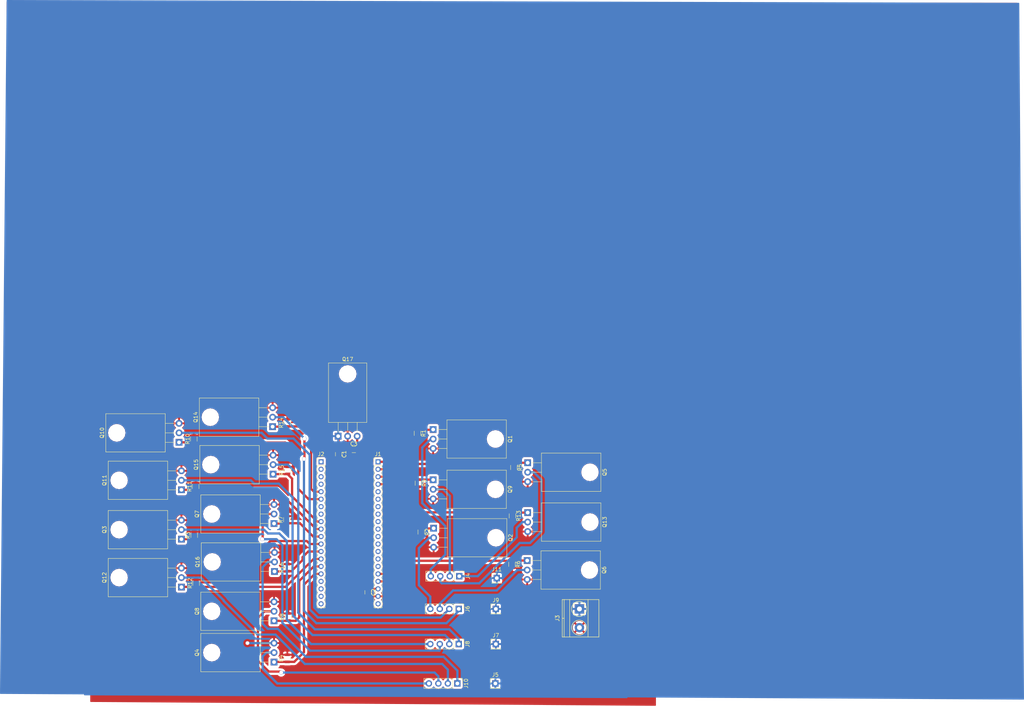
<source format=kicad_pcb>
(kicad_pcb (version 4) (host pcbnew 4.0.6)
  (layers (0 F.Cu power) (31 B.Cu power) (34 B.Paste user) (35 F.Paste user) (36 B.SilkS user) (37 F.SilkS user) (38 B.Mask user) (39 F.Mask user) (44 Edge.Cuts user))
  (net 0 "")
  (net 1 +12V)
  (net 2 GND)
  (net 3 +5V)
  (net 4 "Net-(J1-Pad1)")
  (net 5 "Net-(J1-Pad2)")
  (net 6 "Net-(J1-Pad3)")
  (net 7 "Net-(J1-Pad4)")
  (net 8 "Net-(J1-Pad5)")
  (net 9 "Net-(J1-Pad6)")
  (net 10 "Net-(J1-Pad7)")
  (net 11 "Net-(J1-Pad8)")
  (net 12 "Net-(J1-Pad9)")
  (net 13 "Net-(J1-Pad10)")
  (net 14 "Net-(J1-Pad11)")
  (net 15 "Net-(J1-Pad12)")
  (net 16 "Net-(J1-Pad13)")
  (net 17 "Net-(J1-Pad14)")
  (net 18 "Net-(J1-Pad15)")
  (net 19 "Net-(J1-Pad16)")
  (net 20 "Net-(J1-Pad17)")
  (net 21 "Net-(J1-Pad20)")
  (net 22 "Net-(J2-Pad2)")
  (net 23 "Net-(J2-Pad3)")
  (net 24 "Net-(J2-Pad4)")
  (net 25 "Net-(J2-Pad5)")
  (net 26 "Net-(J2-Pad6)")
  (net 27 "Net-(J2-Pad7)")
  (net 28 "Net-(J2-Pad8)")
  (net 29 "Net-(J2-Pad9)")
  (net 30 "Net-(J2-Pad10)")
  (net 31 "Net-(J2-Pad11)")
  (net 32 "Net-(J2-Pad12)")
  (net 33 "Net-(J2-Pad13)")
  (net 34 "Net-(J2-Pad14)")
  (net 35 "Net-(J2-Pad15)")
  (net 36 "Net-(J2-Pad16)")
  (net 37 "Net-(J2-Pad17)")
  (net 38 "Net-(J2-Pad18)")
  (net 39 "Net-(J2-Pad19)")
  (net 40 "Net-(J2-Pad20)")
  (net 41 "Net-(J2-Pad1)")
  (net 42 "Net-(J4-Pad1)")
  (net 43 "Net-(J4-Pad2)")
  (net 44 "Net-(J4-Pad3)")
  (net 45 "Net-(J4-Pad4)")
  (net 46 "Net-(J6-Pad1)")
  (net 47 "Net-(J6-Pad2)")
  (net 48 "Net-(J6-Pad3)")
  (net 49 "Net-(J6-Pad4)")
  (net 50 "Net-(J8-Pad1)")
  (net 51 "Net-(J8-Pad2)")
  (net 52 "Net-(J8-Pad3)")
  (net 53 "Net-(J8-Pad4)")
  (net 54 "Net-(J10-Pad1)")
  (net 55 "Net-(J10-Pad2)")
  (net 56 "Net-(J10-Pad3)")
  (net 57 "Net-(J10-Pad4)")
  (module Capacitors_SMD:C_0805 (layer F.Cu) (at 163.957 115.57 270)
    (fp_text reference C1 (at 0 -1.5 270) (layer F.SilkS))
    (fp_text value "C 0.33")
    (pad 1 smd rect (at -1 0 270) (size 1 1.25) (layers F.Cu F.Paste F.Mask) (net 1 +12V))
    (pad 2 smd rect (at 1 0 270) (size 1 1.25) (layers F.Cu F.Paste F.Mask) (net 2 GND))
  )
  (module Capacitors_SMD:C_0805 (layer F.Cu) (at 171.831 152.527 270)
    (fp_text reference C2 (at 0 -1.5 270) (layer F.SilkS))
    (fp_text value "C 0.1")
    (pad 1 smd rect (at -1 0 270) (size 1 1.25) (layers F.Cu F.Paste F.Mask) (net 3 +5V))
    (pad 2 smd rect (at 1 0 270) (size 1 1.25) (layers F.Cu F.Paste F.Mask) (net 2 GND))
  )
  (module Capacitors_SMD:C_0805 (layer F.Cu) (at 168.021 114.3)
    (fp_text reference C3 (at 0 -1.5) (layer F.SilkS))
    (fp_text value "C 0.1")
    (pad 1 smd rect (at -1 0) (size 1 1.25) (layers F.Cu F.Paste F.Mask) (net 2 GND))
    (pad 2 smd rect (at 1 0) (size 1 1.25) (layers F.Cu F.Paste F.Mask) (net 3 +5V))
  )
  (module Socket_Strips:Socket_Strip_Straight_1x20_Pitch2.00mm (layer F.Cu) (at 174.498 117.602)
    (fp_text reference J1 (at 0 -2.06) (layer F.SilkS))
    (fp_text value "CONN_01X20 (right)")
    (pad 1 thru_hole rect (at 0 0) (size 1.35 1.35) (drill 0.8) (layers *.Cu *.Mask) (net 4 "Net-(J1-Pad1)"))
    (pad 2 thru_hole oval (at 0 2) (size 1.35 1.35) (drill 0.8) (layers *.Cu *.Mask) (net 5 "Net-(J1-Pad2)"))
    (pad 3 thru_hole oval (at 0 4) (size 1.35 1.35) (drill 0.8) (layers *.Cu *.Mask) (net 6 "Net-(J1-Pad3)"))
    (pad 4 thru_hole oval (at 0 6) (size 1.35 1.35) (drill 0.8) (layers *.Cu *.Mask) (net 7 "Net-(J1-Pad4)"))
    (pad 5 thru_hole oval (at 0 8) (size 1.35 1.35) (drill 0.8) (layers *.Cu *.Mask) (net 8 "Net-(J1-Pad5)"))
    (pad 6 thru_hole oval (at 0 10) (size 1.35 1.35) (drill 0.8) (layers *.Cu *.Mask) (net 9 "Net-(J1-Pad6)"))
    (pad 7 thru_hole oval (at 0 12) (size 1.35 1.35) (drill 0.8) (layers *.Cu *.Mask) (net 10 "Net-(J1-Pad7)"))
    (pad 8 thru_hole oval (at 0 14) (size 1.35 1.35) (drill 0.8) (layers *.Cu *.Mask) (net 11 "Net-(J1-Pad8)"))
    (pad 9 thru_hole oval (at 0 16) (size 1.35 1.35) (drill 0.8) (layers *.Cu *.Mask) (net 12 "Net-(J1-Pad9)"))
    (pad 10 thru_hole oval (at 0 18) (size 1.35 1.35) (drill 0.8) (layers *.Cu *.Mask) (net 13 "Net-(J1-Pad10)"))
    (pad 11 thru_hole oval (at 0 20) (size 1.35 1.35) (drill 0.8) (layers *.Cu *.Mask) (net 14 "Net-(J1-Pad11)"))
    (pad 12 thru_hole oval (at 0 22) (size 1.35 1.35) (drill 0.8) (layers *.Cu *.Mask) (net 15 "Net-(J1-Pad12)"))
    (pad 13 thru_hole oval (at 0 24) (size 1.35 1.35) (drill 0.8) (layers *.Cu *.Mask) (net 16 "Net-(J1-Pad13)"))
    (pad 14 thru_hole oval (at 0 26) (size 1.35 1.35) (drill 0.8) (layers *.Cu *.Mask) (net 17 "Net-(J1-Pad14)"))
    (pad 15 thru_hole oval (at 0 28) (size 1.35 1.35) (drill 0.8) (layers *.Cu *.Mask) (net 18 "Net-(J1-Pad15)"))
    (pad 16 thru_hole oval (at 0 30) (size 1.35 1.35) (drill 0.8) (layers *.Cu *.Mask) (net 19 "Net-(J1-Pad16)"))
    (pad 17 thru_hole oval (at 0 32) (size 1.35 1.35) (drill 0.8) (layers *.Cu *.Mask) (net 20 "Net-(J1-Pad17)"))
    (pad 18 thru_hole oval (at 0 34) (size 1.35 1.35) (drill 0.8) (layers *.Cu *.Mask) (net 3 +5V))
    (pad 19 thru_hole oval (at 0 36) (size 1.35 1.35) (drill 0.8) (layers *.Cu *.Mask) (net 2 GND))
    (pad 20 thru_hole oval (at 0 38) (size 1.35 1.35) (drill 0.8) (layers *.Cu *.Mask) (net 21 "Net-(J1-Pad20)"))
  )
  (module Socket_Strips:Socket_Strip_Straight_1x20_Pitch2.00mm (layer F.Cu) (at 159.258 117.602)
    (fp_text reference J2 (at 0 -2.06) (layer F.SilkS))
    (fp_text value "CONN_01X20 (left)")
    (pad 1 thru_hole rect (at 0 0) (size 1.35 1.35) (drill 0.8) (layers *.Cu *.Mask) (net 41 "Net-(J2-Pad1)"))
    (pad 2 thru_hole oval (at 0 2) (size 1.35 1.35) (drill 0.8) (layers *.Cu *.Mask) (net 22 "Net-(J2-Pad2)"))
    (pad 3 thru_hole oval (at 0 4) (size 1.35 1.35) (drill 0.8) (layers *.Cu *.Mask) (net 23 "Net-(J2-Pad3)"))
    (pad 4 thru_hole oval (at 0 6) (size 1.35 1.35) (drill 0.8) (layers *.Cu *.Mask) (net 24 "Net-(J2-Pad4)"))
    (pad 5 thru_hole oval (at 0 8) (size 1.35 1.35) (drill 0.8) (layers *.Cu *.Mask) (net 25 "Net-(J2-Pad5)"))
    (pad 6 thru_hole oval (at 0 10) (size 1.35 1.35) (drill 0.8) (layers *.Cu *.Mask) (net 26 "Net-(J2-Pad6)"))
    (pad 7 thru_hole oval (at 0 12) (size 1.35 1.35) (drill 0.8) (layers *.Cu *.Mask) (net 27 "Net-(J2-Pad7)"))
    (pad 8 thru_hole oval (at 0 14) (size 1.35 1.35) (drill 0.8) (layers *.Cu *.Mask) (net 28 "Net-(J2-Pad8)"))
    (pad 9 thru_hole oval (at 0 16) (size 1.35 1.35) (drill 0.8) (layers *.Cu *.Mask) (net 29 "Net-(J2-Pad9)"))
    (pad 10 thru_hole oval (at 0 18) (size 1.35 1.35) (drill 0.8) (layers *.Cu *.Mask) (net 30 "Net-(J2-Pad10)"))
    (pad 11 thru_hole oval (at 0 20) (size 1.35 1.35) (drill 0.8) (layers *.Cu *.Mask) (net 31 "Net-(J2-Pad11)"))
    (pad 12 thru_hole oval (at 0 22) (size 1.35 1.35) (drill 0.8) (layers *.Cu *.Mask) (net 32 "Net-(J2-Pad12)"))
    (pad 13 thru_hole oval (at 0 24) (size 1.35 1.35) (drill 0.8) (layers *.Cu *.Mask) (net 33 "Net-(J2-Pad13)"))
    (pad 14 thru_hole oval (at 0 26) (size 1.35 1.35) (drill 0.8) (layers *.Cu *.Mask) (net 34 "Net-(J2-Pad14)"))
    (pad 15 thru_hole oval (at 0 28) (size 1.35 1.35) (drill 0.8) (layers *.Cu *.Mask) (net 35 "Net-(J2-Pad15)"))
    (pad 16 thru_hole oval (at 0 30) (size 1.35 1.35) (drill 0.8) (layers *.Cu *.Mask) (net 36 "Net-(J2-Pad16)"))
    (pad 17 thru_hole oval (at 0 32) (size 1.35 1.35) (drill 0.8) (layers *.Cu *.Mask) (net 37 "Net-(J2-Pad17)"))
    (pad 18 thru_hole oval (at 0 34) (size 1.35 1.35) (drill 0.8) (layers *.Cu *.Mask) (net 38 "Net-(J2-Pad18)"))
    (pad 19 thru_hole oval (at 0 36) (size 1.35 1.35) (drill 0.8) (layers *.Cu *.Mask) (net 39 "Net-(J2-Pad19)"))
    (pad 20 thru_hole oval (at 0 38) (size 1.35 1.35) (drill 0.8) (layers *.Cu *.Mask) (net 40 "Net-(J2-Pad20)"))
  )
  (module Connectors_Terminal_Blocks:TerminalBlock_Pheonix_MKDS1.5-2pol (layer F.Cu) (at 228.346 156.972 270)
    (fp_text reference J3 (at 2.5 5.9 270) (layer F.SilkS))
    (fp_text value Screw_Terminal_1x02)
    (pad 1 thru_hole rect (at 0 0 270) (size 2.5 2.5) (drill 1.3) (layers *.Cu *.Mask) (net 1 +12V))
    (pad 2 thru_hole circle (at 5 0 270) (size 2.5 2.5) (drill 1.3) (layers *.Cu *.Mask) (net 2 GND))
  )
  (module Socket_Strips:Socket_Strip_Straight_1x04_Pitch2.54mm (layer F.Cu) (at 196.215 148.209 270)
    (fp_text reference J4 (at 0 -2.33 270) (layer F.SilkS))
    (fp_text value CONN_01X04)
    (pad 1 thru_hole rect (at 0 0 270) (size 1.7 1.7) (drill 1) (layers *.Cu *.Mask) (net 42 "Net-(J4-Pad1)"))
    (pad 2 thru_hole oval (at 0 2.54 270) (size 1.7 1.7) (drill 1) (layers *.Cu *.Mask) (net 43 "Net-(J4-Pad2)"))
    (pad 3 thru_hole oval (at 0 5.08 270) (size 1.7 1.7) (drill 1) (layers *.Cu *.Mask) (net 44 "Net-(J4-Pad3)"))
    (pad 4 thru_hole oval (at 0 7.62 270) (size 1.7 1.7) (drill 1) (layers *.Cu *.Mask) (net 45 "Net-(J4-Pad4)"))
  )
  (module Socket_Strips:Socket_Strip_Straight_1x01_Pitch2.54mm (layer F.Cu) (at 205.867 176.911)
    (fp_text reference J5 (at 0 -2.33) (layer F.SilkS))
    (fp_text value CONN_01X01)
    (pad 1 thru_hole rect (at 0 0) (size 1.7 1.7) (drill 1) (layers *.Cu *.Mask) (net 1 +12V))
  )
  (module Socket_Strips:Socket_Strip_Straight_1x04_Pitch2.54mm (layer F.Cu) (at 196.088 156.972 270)
    (fp_text reference J6 (at 0 -2.33 270) (layer F.SilkS))
    (fp_text value CONN_01X04)
    (pad 1 thru_hole rect (at 0 0 270) (size 1.7 1.7) (drill 1) (layers *.Cu *.Mask) (net 46 "Net-(J6-Pad1)"))
    (pad 2 thru_hole oval (at 0 2.54 270) (size 1.7 1.7) (drill 1) (layers *.Cu *.Mask) (net 47 "Net-(J6-Pad2)"))
    (pad 3 thru_hole oval (at 0 5.08 270) (size 1.7 1.7) (drill 1) (layers *.Cu *.Mask) (net 48 "Net-(J6-Pad3)"))
    (pad 4 thru_hole oval (at 0 7.62 270) (size 1.7 1.7) (drill 1) (layers *.Cu *.Mask) (net 49 "Net-(J6-Pad4)"))
  )
  (module Socket_Strips:Socket_Strip_Straight_1x01_Pitch2.54mm (layer F.Cu) (at 205.994 166.37)
    (fp_text reference J7 (at 0 -2.33) (layer F.SilkS))
    (fp_text value CONN_01X01)
    (pad 1 thru_hole rect (at 0 0) (size 1.7 1.7) (drill 1) (layers *.Cu *.Mask) (net 1 +12V))
  )
  (module Socket_Strips:Socket_Strip_Straight_1x04_Pitch2.54mm (layer F.Cu) (at 196.088 166.37 270)
    (fp_text reference J8 (at 0 -2.33 270) (layer F.SilkS))
    (fp_text value CONN_01X04)
    (pad 1 thru_hole rect (at 0 0 270) (size 1.7 1.7) (drill 1) (layers *.Cu *.Mask) (net 50 "Net-(J8-Pad1)"))
    (pad 2 thru_hole oval (at 0 2.54 270) (size 1.7 1.7) (drill 1) (layers *.Cu *.Mask) (net 51 "Net-(J8-Pad2)"))
    (pad 3 thru_hole oval (at 0 5.08 270) (size 1.7 1.7) (drill 1) (layers *.Cu *.Mask) (net 52 "Net-(J8-Pad3)"))
    (pad 4 thru_hole oval (at 0 7.62 270) (size 1.7 1.7) (drill 1) (layers *.Cu *.Mask) (net 53 "Net-(J8-Pad4)"))
  )
  (module Socket_Strips:Socket_Strip_Straight_1x01_Pitch2.54mm (layer F.Cu) (at 205.994 156.972)
    (fp_text reference J9 (at 0 -2.33) (layer F.SilkS))
    (fp_text value CONN_01X01)
    (pad 1 thru_hole rect (at 0 0) (size 1.7 1.7) (drill 1) (layers *.Cu *.Mask) (net 1 +12V))
  )
  (module Socket_Strips:Socket_Strip_Straight_1x04_Pitch2.54mm (layer F.Cu) (at 195.707 176.911 270)
    (fp_text reference J10 (at 0 -2.33 270) (layer F.SilkS))
    (fp_text value CONN_01X04)
    (pad 1 thru_hole rect (at 0 0 270) (size 1.7 1.7) (drill 1) (layers *.Cu *.Mask) (net 54 "Net-(J10-Pad1)"))
    (pad 2 thru_hole oval (at 0 2.54 270) (size 1.7 1.7) (drill 1) (layers *.Cu *.Mask) (net 55 "Net-(J10-Pad2)"))
    (pad 3 thru_hole oval (at 0 5.08 270) (size 1.7 1.7) (drill 1) (layers *.Cu *.Mask) (net 56 "Net-(J10-Pad3)"))
    (pad 4 thru_hole oval (at 0 7.62 270) (size 1.7 1.7) (drill 1) (layers *.Cu *.Mask) (net 57 "Net-(J10-Pad4)"))
  )
  (module Socket_Strips:Socket_Strip_Straight_1x01_Pitch2.54mm (layer F.Cu) (at 206.248 148.717)
    (fp_text reference J11 (at 0 -2.33) (layer F.SilkS))
    (fp_text value CONN_01X01)
    (pad 1 thru_hole rect (at 0 0) (size 1.7 1.7) (drill 1) (layers *.Cu *.Mask) (net 1 +12V))
  )
  (module TO_SOT_Packages_THT:TO-220_Horizontal (layer F.Cu) (at 189.23 108.966 270)
    (fp_text reference Q1 (at 2.54 -20.58 270) (layer F.SilkS))
    (fp_text value 2SC1945)
    (pad 0 np_thru_hole oval (at 2.54 -16.66 270) (size 3.5 3.5) (drill 3.5) (layers *.Cu *.Mask))
    (pad 1 thru_hole rect (at 0 0 270) (size 1.8 1.8) (drill 1) (layers *.Cu *.Mask) (net 4 "Net-(J1-Pad1)"))
    (pad 2 thru_hole oval (at 2.54 0 270) (size 1.8 1.8) (drill 1) (layers *.Cu *.Mask) (net 45 "Net-(J4-Pad4)"))
    (pad 3 thru_hole oval (at 5.08 0 270) (size 1.8 1.8) (drill 1) (layers *.Cu *.Mask) (net 2 GND))
  )
  (module TO_SOT_Packages_THT:TO-220_Horizontal (layer F.Cu) (at 189.357 135.382 270)
    (fp_text reference Q2 (at 2.54 -20.58 270) (layer F.SilkS))
    (fp_text value 2SC1945)
    (pad 0 np_thru_hole oval (at 2.54 -16.66 270) (size 3.5 3.5) (drill 3.5) (layers *.Cu *.Mask))
    (pad 1 thru_hole rect (at 0 0 270) (size 1.8 1.8) (drill 1) (layers *.Cu *.Mask) (net 19 "Net-(J1-Pad16)"))
    (pad 2 thru_hole oval (at 2.54 0 270) (size 1.8 1.8) (drill 1) (layers *.Cu *.Mask) (net 49 "Net-(J6-Pad4)"))
    (pad 3 thru_hole oval (at 5.08 0 270) (size 1.8 1.8) (drill 1) (layers *.Cu *.Mask) (net 2 GND))
  )
  (module TO_SOT_Packages_THT:TO-220_Horizontal (layer F.Cu) (at 121.92 138.303 90)
    (fp_text reference Q3 (at 2.54 -20.58 90) (layer F.SilkS))
    (fp_text value 2SC1945)
    (pad 0 np_thru_hole oval (at 2.54 -16.66 90) (size 3.5 3.5) (drill 3.5) (layers *.Cu *.Mask))
    (pad 1 thru_hole rect (at 0 0 90) (size 1.8 1.8) (drill 1) (layers *.Cu *.Mask) (net 32 "Net-(J2-Pad12)"))
    (pad 2 thru_hole oval (at 2.54 0 90) (size 1.8 1.8) (drill 1) (layers *.Cu *.Mask) (net 53 "Net-(J8-Pad4)"))
    (pad 3 thru_hole oval (at 5.08 0 90) (size 1.8 1.8) (drill 1) (layers *.Cu *.Mask) (net 2 GND))
  )
  (module TO_SOT_Packages_THT:TO-220_Horizontal (layer F.Cu) (at 146.685 171.196 90)
    (fp_text reference Q4 (at 2.54 -20.58 90) (layer F.SilkS))
    (fp_text value 2SC1945)
    (pad 0 np_thru_hole oval (at 2.54 -16.66 90) (size 3.5 3.5) (drill 3.5) (layers *.Cu *.Mask))
    (pad 1 thru_hole rect (at 0 0 90) (size 1.8 1.8) (drill 1) (layers *.Cu *.Mask) (net 36 "Net-(J2-Pad16)"))
    (pad 2 thru_hole oval (at 2.54 0 90) (size 1.8 1.8) (drill 1) (layers *.Cu *.Mask) (net 57 "Net-(J10-Pad4)"))
    (pad 3 thru_hole oval (at 5.08 0 90) (size 1.8 1.8) (drill 1) (layers *.Cu *.Mask) (net 2 GND))
  )
  (module TO_SOT_Packages_THT:TO-220_Horizontal (layer F.Cu) (at 214.503 117.856 270)
    (fp_text reference Q5 (at 2.54 -20.58 270) (layer F.SilkS))
    (fp_text value 2SC1945)
    (pad 0 np_thru_hole oval (at 2.54 -16.66 270) (size 3.5 3.5) (drill 3.5) (layers *.Cu *.Mask))
    (pad 1 thru_hole rect (at 0 0 270) (size 1.8 1.8) (drill 1) (layers *.Cu *.Mask) (net 5 "Net-(J1-Pad2)"))
    (pad 2 thru_hole oval (at 2.54 0 270) (size 1.8 1.8) (drill 1) (layers *.Cu *.Mask) (net 44 "Net-(J4-Pad3)"))
    (pad 3 thru_hole oval (at 5.08 0 270) (size 1.8 1.8) (drill 1) (layers *.Cu *.Mask) (net 2 GND))
  )
  (module TO_SOT_Packages_THT:TO-220_Horizontal (layer F.Cu) (at 214.376 144.018 270)
    (fp_text reference Q6 (at 2.54 -20.58 270) (layer F.SilkS))
    (fp_text value 2SC1945)
    (pad 0 np_thru_hole oval (at 2.54 -16.66 270) (size 3.5 3.5) (drill 3.5) (layers *.Cu *.Mask))
    (pad 1 thru_hole rect (at 0 0 270) (size 1.8 1.8) (drill 1) (layers *.Cu *.Mask) (net 20 "Net-(J1-Pad17)"))
    (pad 2 thru_hole oval (at 2.54 0 270) (size 1.8 1.8) (drill 1) (layers *.Cu *.Mask) (net 48 "Net-(J6-Pad3)"))
    (pad 3 thru_hole oval (at 5.08 0 270) (size 1.8 1.8) (drill 1) (layers *.Cu *.Mask) (net 2 GND))
  )
  (module TO_SOT_Packages_THT:TO-220_Horizontal (layer F.Cu) (at 146.685 134.112 90)
    (fp_text reference Q7 (at 2.54 -20.58 90) (layer F.SilkS))
    (fp_text value 2SC1945)
    (pad 0 np_thru_hole oval (at 2.54 -16.66 90) (size 3.5 3.5) (drill 3.5) (layers *.Cu *.Mask))
    (pad 1 thru_hole rect (at 0 0 90) (size 1.8 1.8) (drill 1) (layers *.Cu *.Mask) (net 31 "Net-(J2-Pad11)"))
    (pad 2 thru_hole oval (at 2.54 0 90) (size 1.8 1.8) (drill 1) (layers *.Cu *.Mask) (net 52 "Net-(J8-Pad3)"))
    (pad 3 thru_hole oval (at 5.08 0 90) (size 1.8 1.8) (drill 1) (layers *.Cu *.Mask) (net 2 GND))
  )
  (module TO_SOT_Packages_THT:TO-220_Horizontal (layer F.Cu) (at 146.685 160.147 90)
    (fp_text reference Q8 (at 2.54 -20.58 90) (layer F.SilkS))
    (fp_text value 2SC1945)
    (pad 0 np_thru_hole oval (at 2.54 -16.66 90) (size 3.5 3.5) (drill 3.5) (layers *.Cu *.Mask))
    (pad 1 thru_hole rect (at 0 0 90) (size 1.8 1.8) (drill 1) (layers *.Cu *.Mask) (net 35 "Net-(J2-Pad15)"))
    (pad 2 thru_hole oval (at 2.54 0 90) (size 1.8 1.8) (drill 1) (layers *.Cu *.Mask) (net 56 "Net-(J10-Pad3)"))
    (pad 3 thru_hole oval (at 5.08 0 90) (size 1.8 1.8) (drill 1) (layers *.Cu *.Mask) (net 2 GND))
  )
  (module TO_SOT_Packages_THT:TO-220_Horizontal (layer F.Cu) (at 189.23 122.428 270)
    (fp_text reference Q9 (at 2.54 -20.58 270) (layer F.SilkS))
    (fp_text value 2SC1945)
    (pad 0 np_thru_hole oval (at 2.54 -16.66 270) (size 3.5 3.5) (drill 3.5) (layers *.Cu *.Mask))
    (pad 1 thru_hole rect (at 0 0 270) (size 1.8 1.8) (drill 1) (layers *.Cu *.Mask) (net 6 "Net-(J1-Pad3)"))
    (pad 2 thru_hole oval (at 2.54 0 270) (size 1.8 1.8) (drill 1) (layers *.Cu *.Mask) (net 43 "Net-(J4-Pad2)"))
    (pad 3 thru_hole oval (at 5.08 0 270) (size 1.8 1.8) (drill 1) (layers *.Cu *.Mask) (net 2 GND))
  )
  (module TO_SOT_Packages_THT:TO-220_Horizontal (layer F.Cu) (at 121.285 112.395 90)
    (fp_text reference Q10 (at 2.54 -20.58 90) (layer F.SilkS))
    (fp_text value 2SC1945)
    (pad 0 np_thru_hole oval (at 2.54 -16.66 90) (size 3.5 3.5) (drill 3.5) (layers *.Cu *.Mask))
    (pad 1 thru_hole rect (at 0 0 90) (size 1.8 1.8) (drill 1) (layers *.Cu *.Mask) (net 26 "Net-(J2-Pad6)"))
    (pad 2 thru_hole oval (at 2.54 0 90) (size 1.8 1.8) (drill 1) (layers *.Cu *.Mask) (net 47 "Net-(J6-Pad2)"))
    (pad 3 thru_hole oval (at 5.08 0 90) (size 1.8 1.8) (drill 1) (layers *.Cu *.Mask) (net 2 GND))
  )
  (module TO_SOT_Packages_THT:TO-220_Horizontal (layer F.Cu) (at 121.92 125.095 90)
    (fp_text reference Q11 (at 2.54 -20.58 90) (layer F.SilkS))
    (fp_text value 2SC1945)
    (pad 0 np_thru_hole oval (at 2.54 -16.66 90) (size 3.5 3.5) (drill 3.5) (layers *.Cu *.Mask))
    (pad 1 thru_hole rect (at 0 0 90) (size 1.8 1.8) (drill 1) (layers *.Cu *.Mask) (net 30 "Net-(J2-Pad10)"))
    (pad 2 thru_hole oval (at 2.54 0 90) (size 1.8 1.8) (drill 1) (layers *.Cu *.Mask) (net 51 "Net-(J8-Pad2)"))
    (pad 3 thru_hole oval (at 5.08 0 90) (size 1.8 1.8) (drill 1) (layers *.Cu *.Mask) (net 2 GND))
  )
  (module TO_SOT_Packages_THT:TO-220_Horizontal (layer F.Cu) (at 121.92 151.13 90)
    (fp_text reference Q12 (at 2.54 -20.58 90) (layer F.SilkS))
    (fp_text value 2SC1945)
    (pad 0 np_thru_hole oval (at 2.54 -16.66 90) (size 3.5 3.5) (drill 3.5) (layers *.Cu *.Mask))
    (pad 1 thru_hole rect (at 0 0 90) (size 1.8 1.8) (drill 1) (layers *.Cu *.Mask) (net 34 "Net-(J2-Pad14)"))
    (pad 2 thru_hole oval (at 2.54 0 90) (size 1.8 1.8) (drill 1) (layers *.Cu *.Mask) (net 55 "Net-(J10-Pad2)"))
    (pad 3 thru_hole oval (at 5.08 0 90) (size 1.8 1.8) (drill 1) (layers *.Cu *.Mask) (net 2 GND))
  )
  (module TO_SOT_Packages_THT:TO-220_Horizontal (layer F.Cu) (at 214.503 131.191 270)
    (fp_text reference Q13 (at 2.54 -20.58 270) (layer F.SilkS))
    (fp_text value 2SC1945)
    (pad 0 np_thru_hole oval (at 2.54 -16.66 270) (size 3.5 3.5) (drill 3.5) (layers *.Cu *.Mask))
    (pad 1 thru_hole rect (at 0 0 270) (size 1.8 1.8) (drill 1) (layers *.Cu *.Mask) (net 7 "Net-(J1-Pad4)"))
    (pad 2 thru_hole oval (at 2.54 0 270) (size 1.8 1.8) (drill 1) (layers *.Cu *.Mask) (net 42 "Net-(J4-Pad1)"))
    (pad 3 thru_hole oval (at 5.08 0 270) (size 1.8 1.8) (drill 1) (layers *.Cu *.Mask) (net 2 GND))
  )
  (module TO_SOT_Packages_THT:TO-220_Horizontal (layer F.Cu) (at 146.304 108.204 90)
    (fp_text reference Q14 (at 2.54 -20.58 90) (layer F.SilkS))
    (fp_text value 2SC1945)
    (pad 0 np_thru_hole oval (at 2.54 -16.66 90) (size 3.5 3.5) (drill 3.5) (layers *.Cu *.Mask))
    (pad 1 thru_hole rect (at 0 0 90) (size 1.8 1.8) (drill 1) (layers *.Cu *.Mask) (net 25 "Net-(J2-Pad5)"))
    (pad 2 thru_hole oval (at 2.54 0 90) (size 1.8 1.8) (drill 1) (layers *.Cu *.Mask) (net 46 "Net-(J6-Pad1)"))
    (pad 3 thru_hole oval (at 5.08 0 90) (size 1.8 1.8) (drill 1) (layers *.Cu *.Mask) (net 2 GND))
  )
  (module TO_SOT_Packages_THT:TO-220_Horizontal (layer F.Cu) (at 146.431 120.904 90)
    (fp_text reference Q15 (at 2.54 -20.58 90) (layer F.SilkS))
    (fp_text value 2SC1945)
    (pad 0 np_thru_hole oval (at 2.54 -16.66 90) (size 3.5 3.5) (drill 3.5) (layers *.Cu *.Mask))
    (pad 1 thru_hole rect (at 0 0 90) (size 1.8 1.8) (drill 1) (layers *.Cu *.Mask) (net 29 "Net-(J2-Pad9)"))
    (pad 2 thru_hole oval (at 2.54 0 90) (size 1.8 1.8) (drill 1) (layers *.Cu *.Mask) (net 50 "Net-(J8-Pad1)"))
    (pad 3 thru_hole oval (at 5.08 0 90) (size 1.8 1.8) (drill 1) (layers *.Cu *.Mask) (net 2 GND))
  )
  (module TO_SOT_Packages_THT:TO-220_Horizontal (layer F.Cu) (at 146.812 146.939 90)
    (fp_text reference Q16 (at 2.54 -20.58 90) (layer F.SilkS))
    (fp_text value 2SC1945)
    (pad 0 np_thru_hole oval (at 2.54 -16.66 90) (size 3.5 3.5) (drill 3.5) (layers *.Cu *.Mask))
    (pad 1 thru_hole rect (at 0 0 90) (size 1.8 1.8) (drill 1) (layers *.Cu *.Mask) (net 33 "Net-(J2-Pad13)"))
    (pad 2 thru_hole oval (at 2.54 0 90) (size 1.8 1.8) (drill 1) (layers *.Cu *.Mask) (net 54 "Net-(J10-Pad1)"))
    (pad 3 thru_hole oval (at 5.08 0 90) (size 1.8 1.8) (drill 1) (layers *.Cu *.Mask) (net 2 GND))
  )
  (module TO_SOT_Packages_THT:TO-220_Horizontal (layer F.Cu) (at 163.83 110.744)
    (fp_text reference Q17 (at 2.54 -20.58) (layer F.SilkS))
    (fp_text value 2SC1945)
    (pad 0 np_thru_hole oval (at 2.54 -16.66) (size 3.5 3.5) (drill 3.5) (layers *.Cu *.Mask))
    (pad 1 thru_hole rect (at 0 0) (size 1.8 1.8) (drill 1) (layers *.Cu *.Mask) (net 1 +12V))
    (pad 2 thru_hole oval (at 2.54 0) (size 1.8 1.8) (drill 1) (layers *.Cu *.Mask) (net 2 GND))
    (pad 3 thru_hole oval (at 5.08 0) (size 1.8 1.8) (drill 1) (layers *.Cu *.Mask) (net 3 +5V))
  )
  (module Resistors_SMD:R_0805 (layer F.Cu) (at 185.039 109.982 270)
    (fp_text reference R1 (at 0 -1.65 270) (layer F.SilkS))
    (fp_text value R)
    (pad 1 smd rect (at -0.95 0 270) (size 0.7 1.3) (layers F.Cu F.Paste F.Mask) (net 4 "Net-(J1-Pad1)"))
    (pad 2 smd rect (at 0.95 0 270) (size 0.7 1.3) (layers F.Cu F.Paste F.Mask) (net 2 GND))
  )
  (module Resistors_SMD:R_0805 (layer F.Cu) (at 186.055 136.398 270)
    (fp_text reference R2 (at 0 -1.65 270) (layer F.SilkS))
    (fp_text value R)
    (pad 1 smd rect (at -0.95 0 270) (size 0.7 1.3) (layers F.Cu F.Paste F.Mask) (net 19 "Net-(J1-Pad16)"))
    (pad 2 smd rect (at 0.95 0 270) (size 0.7 1.3) (layers F.Cu F.Paste F.Mask) (net 2 GND))
  )
  (module Resistors_SMD:R_0805 (layer F.Cu) (at 125.349 137.287 90)
    (fp_text reference R3 (at 0 -1.65 90) (layer F.SilkS))
    (fp_text value R)
    (pad 1 smd rect (at -0.95 0 90) (size 0.7 1.3) (layers F.Cu F.Paste F.Mask) (net 32 "Net-(J2-Pad12)"))
    (pad 2 smd rect (at 0.95 0 90) (size 0.7 1.3) (layers F.Cu F.Paste F.Mask) (net 2 GND))
  )
  (module Resistors_SMD:R_0805 (layer F.Cu) (at 150.241 170.18 90)
    (fp_text reference R4 (at 0 -1.65 90) (layer F.SilkS))
    (fp_text value R)
    (pad 1 smd rect (at -0.95 0 90) (size 0.7 1.3) (layers F.Cu F.Paste F.Mask) (net 36 "Net-(J2-Pad16)"))
    (pad 2 smd rect (at 0.95 0 90) (size 0.7 1.3) (layers F.Cu F.Paste F.Mask) (net 2 GND))
  )
  (module Resistors_SMD:R_0805 (layer F.Cu) (at 210.82 119.126 270)
    (fp_text reference R5 (at 0 -1.65 270) (layer F.SilkS))
    (fp_text value R)
    (pad 1 smd rect (at -0.95 0 270) (size 0.7 1.3) (layers F.Cu F.Paste F.Mask) (net 5 "Net-(J1-Pad2)"))
    (pad 2 smd rect (at 0.95 0 270) (size 0.7 1.3) (layers F.Cu F.Paste F.Mask) (net 2 GND))
  )
  (module Resistors_SMD:R_0805 (layer F.Cu) (at 210.312 145.034 270)
    (fp_text reference R6 (at 0 -1.65 270) (layer F.SilkS))
    (fp_text value R)
    (pad 1 smd rect (at -0.95 0 270) (size 0.7 1.3) (layers F.Cu F.Paste F.Mask) (net 20 "Net-(J1-Pad17)"))
    (pad 2 smd rect (at 0.95 0 270) (size 0.7 1.3) (layers F.Cu F.Paste F.Mask) (net 2 GND))
  )
  (module Resistors_SMD:R_0805 (layer F.Cu) (at 150.114 133.096 90)
    (fp_text reference R7 (at 0 -1.65 90) (layer F.SilkS))
    (fp_text value R)
    (pad 1 smd rect (at -0.95 0 90) (size 0.7 1.3) (layers F.Cu F.Paste F.Mask) (net 31 "Net-(J2-Pad11)"))
    (pad 2 smd rect (at 0.95 0 90) (size 0.7 1.3) (layers F.Cu F.Paste F.Mask) (net 2 GND))
  )
  (module Resistors_SMD:R_0805 (layer F.Cu) (at 150.495 159.131 90)
    (fp_text reference R8 (at 0 -1.65 90) (layer F.SilkS))
    (fp_text value R)
    (pad 1 smd rect (at -0.95 0 90) (size 0.7 1.3) (layers F.Cu F.Paste F.Mask) (net 35 "Net-(J2-Pad15)"))
    (pad 2 smd rect (at 0.95 0 90) (size 0.7 1.3) (layers F.Cu F.Paste F.Mask) (net 2 GND))
  )
  (module Resistors_SMD:R_0805 (layer F.Cu) (at 185.293 123.317 270)
    (fp_text reference R9 (at 0 -1.65 270) (layer F.SilkS))
    (fp_text value R)
    (pad 1 smd rect (at -0.95 0 270) (size 0.7 1.3) (layers F.Cu F.Paste F.Mask) (net 6 "Net-(J1-Pad3)"))
    (pad 2 smd rect (at 0.95 0 270) (size 0.7 1.3) (layers F.Cu F.Paste F.Mask) (net 2 GND))
  )
  (module Resistors_SMD:R_0805 (layer F.Cu) (at 125.222 111.506 90)
    (fp_text reference R10 (at 0 -1.65 90) (layer F.SilkS))
    (fp_text value R)
    (pad 1 smd rect (at -0.95 0 90) (size 0.7 1.3) (layers F.Cu F.Paste F.Mask) (net 26 "Net-(J2-Pad6)"))
    (pad 2 smd rect (at 0.95 0 90) (size 0.7 1.3) (layers F.Cu F.Paste F.Mask) (net 2 GND))
  )
  (module Resistors_SMD:R_0805 (layer F.Cu) (at 125.73 124.206 90)
    (fp_text reference R11 (at 0 -1.65 90) (layer F.SilkS))
    (fp_text value R)
    (pad 1 smd rect (at -0.95 0 90) (size 0.7 1.3) (layers F.Cu F.Paste F.Mask) (net 30 "Net-(J2-Pad10)"))
    (pad 2 smd rect (at 0.95 0 90) (size 0.7 1.3) (layers F.Cu F.Paste F.Mask) (net 2 GND))
  )
  (module Resistors_SMD:R_0805 (layer F.Cu) (at 125.857 150.114 90)
    (fp_text reference R12 (at 0 -1.65 90) (layer F.SilkS))
    (fp_text value R)
    (pad 1 smd rect (at -0.95 0 90) (size 0.7 1.3) (layers F.Cu F.Paste F.Mask) (net 34 "Net-(J2-Pad14)"))
    (pad 2 smd rect (at 0.95 0 90) (size 0.7 1.3) (layers F.Cu F.Paste F.Mask) (net 2 GND))
  )
  (module Resistors_SMD:R_0805 (layer F.Cu) (at 210.439 132.08 270)
    (fp_text reference R13 (at 0 -1.65 270) (layer F.SilkS))
    (fp_text value R)
    (pad 1 smd rect (at -0.95 0 270) (size 0.7 1.3) (layers F.Cu F.Paste F.Mask) (net 7 "Net-(J1-Pad4)"))
    (pad 2 smd rect (at 0.95 0 270) (size 0.7 1.3) (layers F.Cu F.Paste F.Mask) (net 2 GND))
  )
  (module Resistors_SMD:R_0805 (layer F.Cu) (at 150.241 107.188 90)
    (fp_text reference R14 (at 0 -1.65 90) (layer F.SilkS))
    (fp_text value R)
    (pad 1 smd rect (at -0.95 0 90) (size 0.7 1.3) (layers F.Cu F.Paste F.Mask) (net 25 "Net-(J2-Pad5)"))
    (pad 2 smd rect (at 0.95 0 90) (size 0.7 1.3) (layers F.Cu F.Paste F.Mask) (net 2 GND))
  )
  (module Resistors_SMD:R_0805 (layer F.Cu) (at 150.368 119.888 90)
    (fp_text reference R15 (at 0 -1.65 90) (layer F.SilkS))
    (fp_text value R)
    (pad 1 smd rect (at -0.95 0 90) (size 0.7 1.3) (layers F.Cu F.Paste F.Mask) (net 29 "Net-(J2-Pad9)"))
    (pad 2 smd rect (at 0.95 0 90) (size 0.7 1.3) (layers F.Cu F.Paste F.Mask) (net 2 GND))
  )
  (module Resistors_SMD:R_0805 (layer F.Cu) (at 150.368 145.923 90)
    (fp_text reference R16 (at 0 -1.65 90) (layer F.SilkS))
    (fp_text value R)
    (pad 1 smd rect (at -0.95 0 90) (size 0.7 1.3) (layers F.Cu F.Paste F.Mask) (net 33 "Net-(J2-Pad13)"))
    (pad 2 smd rect (at 0.95 0 90) (size 0.7 1.3) (layers F.Cu F.Paste F.Mask) (net 2 GND))
  )
  (gr_text - (at 222.25 161.925 90) (layer F.Cu) (effects (font (size 1.5 1.5) (thickness 0.3))))
  (gr_text + (at 222.123 156.337) (layer F.Cu) (effects (font (size 1.5 1.5) (thickness 0.3))))
  (segment (start 163.957 114.57) (end 163.957 110.871) (width 0.6) (layer F.Cu) (net 1))
  (segment (start 163.957 110.871) (end 163.83 110.744) (width 0.6) (layer F.Cu) (net 1))
  (segment (start 146.685 166.116) (end 139.573 166.116) (width 0.6) (layer B.Cu) (net 2))
  (via (at 139.573 166.116) (size 1) (drill 0.99) (layers F.Cu B.Cu) (net 2))
  (segment (start 169.021 114.3) (end 169.021 148.717) (width 0.6) (layer F.Cu) (net 3))
  (segment (start 169.021 148.717) (end 171.831 151.527) (width 0.6) (layer F.Cu) (net 3))
  (segment (start 168.91 110.744) (end 168.91 114.189) (width 0.6) (layer F.Cu) (net 3))
  (segment (start 168.91 114.189) (end 169.021 114.3) (width 0.6) (layer F.Cu) (net 3))
  (segment (start 174.498 151.602) (end 171.906 151.602) (width 0.6) (layer F.Cu) (net 3))
  (segment (start 169.021 110.855) (end 168.91 110.744) (width 0.6) (layer F.Cu) (net 3))
  (segment (start 185.039 109.032) (end 189.164 109.032) (width 0.6) (layer F.Cu) (net 4))
  (segment (start 189.164 109.032) (end 189.23 108.966) (width 0.6) (layer F.Cu) (net 4))
  (segment (start 174.498 117.602) (end 176.022 117.602) (width 0.6) (layer F.Cu) (net 4))
  (segment (start 176.022 117.602) (end 179.705 113.919) (width 0.6) (layer F.Cu) (net 4))
  (segment (start 179.705 113.919) (end 179.705 111.125) (width 0.6) (layer F.Cu) (net 4))
  (segment (start 179.705 111.125) (end 181.798 109.032) (width 0.6) (layer F.Cu) (net 4))
  (segment (start 181.798 109.032) (end 185.039 109.032) (width 0.6) (layer F.Cu) (net 4))
  (segment (start 210.82 118.176) (end 180.401 118.176) (width 0.6) (layer F.Cu) (net 5))
  (segment (start 180.401 118.176) (end 178.975 119.602) (width 0.6) (layer F.Cu) (net 5))
  (segment (start 178.975 119.602) (end 174.498 119.602) (width 0.6) (layer F.Cu) (net 5))
  (segment (start 214.503 117.856) (end 211.14 117.856) (width 0.6) (layer F.Cu) (net 5))
  (segment (start 211.14 117.856) (end 210.82 118.176) (width 0.6) (layer F.Cu) (net 5))
  (segment (start 185.293 122.367) (end 189.169 122.367) (width 0.6) (layer F.Cu) (net 6))
  (segment (start 189.169 122.367) (end 189.23 122.428) (width 0.6) (layer F.Cu) (net 6))
  (segment (start 174.498 121.602) (end 178.498 121.602) (width 0.6) (layer F.Cu) (net 6))
  (segment (start 178.498 121.602) (end 179.263 122.367) (width 0.6) (layer F.Cu) (net 6))
  (segment (start 179.263 122.367) (end 185.293 122.367) (width 0.6) (layer F.Cu) (net 6))
  (segment (start 210.439 131.13) (end 182.057 131.13) (width 0.6) (layer F.Cu) (net 7))
  (segment (start 182.057 131.13) (end 180.213 129.286) (width 0.6) (layer F.Cu) (net 7))
  (segment (start 180.213 129.286) (end 180.213 126.365) (width 0.6) (layer F.Cu) (net 7))
  (segment (start 180.213 126.365) (end 177.45 123.602) (width 0.6) (layer F.Cu) (net 7))
  (segment (start 177.45 123.602) (end 174.498 123.602) (width 0.6) (layer F.Cu) (net 7))
  (segment (start 214.503 131.191) (end 210.5 131.191) (width 0.6) (layer F.Cu) (net 7))
  (segment (start 210.5 131.191) (end 210.439 131.13) (width 0.6) (layer F.Cu) (net 7))
  (segment (start 186.055 135.448) (end 189.291 135.448) (width 0.6) (layer F.Cu) (net 19))
  (segment (start 189.291 135.448) (end 189.357 135.382) (width 0.6) (layer F.Cu) (net 19))
  (segment (start 174.498 147.602) (end 178.026 147.602) (width 0.6) (layer F.Cu) (net 19))
  (segment (start 178.026 147.602) (end 180.34 145.288) (width 0.6) (layer F.Cu) (net 19))
  (segment (start 180.34 145.288) (end 180.34 137.287) (width 0.6) (layer F.Cu) (net 19))
  (segment (start 180.34 137.287) (end 182.179 135.448) (width 0.6) (layer F.Cu) (net 19))
  (segment (start 182.179 135.448) (end 186.055 135.448) (width 0.6) (layer F.Cu) (net 19))
  (segment (start 210.312 144.084) (end 183.576 144.084) (width 0.6) (layer F.Cu) (net 20))
  (segment (start 183.576 144.084) (end 178.058 149.602) (width 0.6) (layer F.Cu) (net 20))
  (segment (start 178.058 149.602) (end 174.498 149.602) (width 0.6) (layer F.Cu) (net 20))
  (segment (start 214.376 144.018) (end 210.378 144.018) (width 0.6) (layer F.Cu) (net 20))
  (segment (start 210.378 144.018) (end 210.312 144.084) (width 0.6) (layer F.Cu) (net 20))
  (segment (start 150.241 108.138) (end 153.985 108.138) (width 0.6) (layer F.Cu) (net 25))
  (segment (start 153.985 108.138) (end 156.591 110.744) (width 0.6) (layer F.Cu) (net 25))
  (segment (start 156.591 110.744) (end 156.591 124.841) (width 0.6) (layer F.Cu) (net 25))
  (segment (start 156.591 124.841) (end 157.352 125.602) (width 0.6) (layer F.Cu) (net 25))
  (segment (start 157.352 125.602) (end 159.258 125.602) (width 0.6) (layer F.Cu) (net 25))
  (segment (start 146.304 108.204) (end 150.175 108.204) (width 0.6) (layer F.Cu) (net 25))
  (segment (start 150.175 108.204) (end 150.241 108.138) (width 0.6) (layer F.Cu) (net 25))
  (segment (start 146.37 108.138) (end 146.304 108.204) (width 0.6) (layer F.Cu) (net 25))
  (segment (start 125.222 112.456) (end 149.667 112.456) (width 0.6) (layer F.Cu) (net 26))
  (segment (start 149.667 112.456) (end 153.162 115.951) (width 0.6) (layer F.Cu) (net 26))
  (segment (start 153.162 115.951) (end 153.162 124.841) (width 0.6) (layer F.Cu) (net 26))
  (segment (start 153.162 124.841) (end 155.923 127.602) (width 0.6) (layer F.Cu) (net 26))
  (segment (start 155.923 127.602) (end 159.258 127.602) (width 0.6) (layer F.Cu) (net 26))
  (segment (start 121.285 112.395) (end 125.161 112.395) (width 0.6) (layer F.Cu) (net 26))
  (segment (start 125.161 112.395) (end 125.222 112.456) (width 0.6) (layer F.Cu) (net 26))
  (segment (start 121.346 112.456) (end 121.285 112.395) (width 0.6) (layer F.Cu) (net 26))
  (segment (start 146.431 120.904) (end 150.302 120.904) (width 0.6) (layer F.Cu) (net 29))
  (segment (start 150.302 120.904) (end 151.511 122.113) (width 0.6) (layer F.Cu) (net 29))
  (segment (start 151.511 122.113) (end 151.511 126.873) (width 0.6) (layer F.Cu) (net 29))
  (segment (start 151.511 126.873) (end 158.24 133.602) (width 0.6) (layer F.Cu) (net 29))
  (segment (start 158.24 133.602) (end 159.258 133.602) (width 0.6) (layer F.Cu) (net 29))
  (segment (start 125.73 125.156) (end 147.508 125.156) (width 0.6) (layer F.Cu) (net 30))
  (segment (start 147.508 125.156) (end 157.954 135.602) (width 0.6) (layer F.Cu) (net 30))
  (segment (start 157.954 135.602) (end 159.258 135.602) (width 0.6) (layer F.Cu) (net 30))
  (segment (start 121.92 125.095) (end 125.669 125.095) (width 0.6) (layer F.Cu) (net 30))
  (segment (start 125.669 125.095) (end 125.73 125.156) (width 0.6) (layer F.Cu) (net 30))
  (segment (start 121.981 125.156) (end 121.92 125.095) (width 0.6) (layer F.Cu) (net 30))
  (segment (start 150.114 134.046) (end 153.604 134.046) (width 0.6) (layer F.Cu) (net 31))
  (segment (start 153.604 134.046) (end 157.16 137.602) (width 0.6) (layer F.Cu) (net 31))
  (segment (start 157.16 137.602) (end 159.258 137.602) (width 0.6) (layer F.Cu) (net 31))
  (segment (start 146.685 134.112) (end 150.048 134.112) (width 0.6) (layer F.Cu) (net 31))
  (segment (start 150.048 134.112) (end 150.114 134.046) (width 0.6) (layer F.Cu) (net 31))
  (segment (start 146.751 134.046) (end 146.685 134.112) (width 0.6) (layer F.Cu) (net 31))
  (segment (start 125.349 138.237) (end 140.142 138.237) (width 0.6) (layer F.Cu) (net 32))
  (segment (start 140.142 138.237) (end 142.113 140.208) (width 0.6) (layer F.Cu) (net 32))
  (segment (start 142.113 140.208) (end 144.272 140.208) (width 0.6) (layer F.Cu) (net 32))
  (segment (start 144.272 140.208) (end 145.669 138.811) (width 0.6) (layer F.Cu) (net 32))
  (segment (start 145.669 138.811) (end 155.448 138.811) (width 0.6) (layer F.Cu) (net 32))
  (segment (start 155.448 138.811) (end 156.239 139.602) (width 0.6) (layer F.Cu) (net 32))
  (segment (start 156.239 139.602) (end 159.258 139.602) (width 0.6) (layer F.Cu) (net 32))
  (segment (start 121.92 138.303) (end 125.283 138.303) (width 0.6) (layer F.Cu) (net 32))
  (segment (start 125.283 138.303) (end 125.349 138.237) (width 0.6) (layer F.Cu) (net 32))
  (segment (start 121.986 138.237) (end 121.92 138.303) (width 0.6) (layer F.Cu) (net 32))
  (segment (start 150.368 146.873) (end 151.323 146.873) (width 0.6) (layer F.Cu) (net 33))
  (segment (start 151.323 146.873) (end 154.305 143.891) (width 0.6) (layer F.Cu) (net 33))
  (segment (start 154.305 143.891) (end 154.305 143.129) (width 0.6) (layer F.Cu) (net 33))
  (segment (start 154.305 143.129) (end 155.832 141.602) (width 0.6) (layer F.Cu) (net 33))
  (segment (start 155.832 141.602) (end 159.258 141.602) (width 0.6) (layer F.Cu) (net 33))
  (segment (start 146.812 146.939) (end 150.302 146.939) (width 0.6) (layer F.Cu) (net 33))
  (segment (start 150.302 146.939) (end 150.368 146.873) (width 0.6) (layer F.Cu) (net 33))
  (segment (start 146.878 146.873) (end 146.812 146.939) (width 0.6) (layer F.Cu) (net 33))
  (segment (start 125.857 151.064) (end 121.986 151.064) (width 0.6) (layer F.Cu) (net 34))
  (segment (start 121.986 151.064) (end 121.92 151.13) (width 0.6) (layer F.Cu) (net 34))
  (segment (start 159.258 143.602) (end 157.261 143.602) (width 0.6) (layer F.Cu) (net 34))
  (segment (start 157.261 143.602) (end 149.799 151.064) (width 0.6) (layer F.Cu) (net 34))
  (segment (start 149.799 151.064) (end 125.857 151.064) (width 0.6) (layer F.Cu) (net 34))
  (segment (start 146.685 160.147) (end 150.429 160.147) (width 0.6) (layer F.Cu) (net 35))
  (segment (start 150.429 160.147) (end 152.527 160.147) (width 0.6) (layer F.Cu) (net 35))
  (segment (start 152.527 160.147) (end 153.416 159.258) (width 0.6) (layer F.Cu) (net 35))
  (segment (start 153.416 159.258) (end 153.416 149.479) (width 0.6) (layer F.Cu) (net 35))
  (segment (start 153.416 149.479) (end 157.293 145.602) (width 0.6) (layer F.Cu) (net 35))
  (segment (start 157.293 145.602) (end 159.258 145.602) (width 0.6) (layer F.Cu) (net 35))
  (segment (start 150.241 171.13) (end 146.751 171.13) (width 0.6) (layer F.Cu) (net 36))
  (segment (start 146.751 171.13) (end 146.685 171.196) (width 0.6) (layer F.Cu) (net 36))
  (segment (start 159.258 147.602) (end 157.579 147.602) (width 0.6) (layer F.Cu) (net 36))
  (segment (start 157.579 147.602) (end 154.686 150.495) (width 0.6) (layer F.Cu) (net 36))
  (segment (start 154.686 150.495) (end 154.686 168.529) (width 0.6) (layer F.Cu) (net 36))
  (segment (start 154.686 168.529) (end 152.085 171.13) (width 0.6) (layer F.Cu) (net 36))
  (segment (start 152.085 171.13) (end 150.241 171.13) (width 0.6) (layer F.Cu) (net 36))
  (segment (start 146.685 171.196) (end 147.193 171.196) (width 0.6) (layer F.Cu) (net 36))
  (segment (start 196.215 148.209) (end 201.168 148.209) (width 0.6) (layer B.Cu) (net 42))
  (segment (start 201.168 148.209) (end 211.582 137.795) (width 0.6) (layer B.Cu) (net 42))
  (segment (start 211.582 137.795) (end 211.582 135.255) (width 0.6) (layer B.Cu) (net 42))
  (segment (start 211.582 135.255) (end 213.106 133.731) (width 0.6) (layer B.Cu) (net 42))
  (segment (start 213.106 133.731) (end 214.503 133.731) (width 0.6) (layer B.Cu) (net 42))
  (segment (start 193.675 148.209) (end 193.675 126.746) (width 0.6) (layer B.Cu) (net 43))
  (segment (start 193.675 126.746) (end 191.897 124.968) (width 0.6) (layer B.Cu) (net 43))
  (segment (start 191.897 124.968) (end 189.23 124.968) (width 0.6) (layer B.Cu) (net 43))
  (segment (start 191.135 148.209) (end 191.135 149.733) (width 0.6) (layer B.Cu) (net 44))
  (segment (start 191.135 149.733) (end 191.516 150.114) (width 0.6) (layer B.Cu) (net 44))
  (segment (start 191.516 150.114) (end 201.549 150.114) (width 0.6) (layer B.Cu) (net 44))
  (segment (start 201.549 150.114) (end 212.344 139.319) (width 0.6) (layer B.Cu) (net 44))
  (segment (start 212.344 139.319) (end 215.138 139.319) (width 0.6) (layer B.Cu) (net 44))
  (segment (start 215.138 139.319) (end 218.186 136.271) (width 0.6) (layer B.Cu) (net 44))
  (segment (start 218.186 136.271) (end 218.186 122.428) (width 0.6) (layer B.Cu) (net 44))
  (segment (start 218.186 122.428) (end 216.154 120.396) (width 0.6) (layer B.Cu) (net 44))
  (segment (start 216.154 120.396) (end 214.503 120.396) (width 0.6) (layer B.Cu) (net 44))
  (segment (start 188.595 148.209) (end 188.595 146.304) (width 0.6) (layer B.Cu) (net 45))
  (segment (start 188.595 146.304) (end 192.474998 142.424002) (width 0.6) (layer B.Cu) (net 45))
  (segment (start 192.474998 142.424002) (end 192.474998 134.816998) (width 0.6) (layer B.Cu) (net 45))
  (segment (start 192.474998 134.816998) (end 186.309 128.651) (width 0.6) (layer B.Cu) (net 45))
  (segment (start 186.309 128.651) (end 186.309 113.792) (width 0.6) (layer B.Cu) (net 45))
  (segment (start 186.309 113.792) (end 188.595 111.506) (width 0.6) (layer B.Cu) (net 45))
  (segment (start 188.595 111.506) (end 189.23 111.506) (width 0.6) (layer B.Cu) (net 45))
  (segment (start 196.088 156.972) (end 196.088 157.48) (width 0.6) (layer B.Cu) (net 46))
  (segment (start 196.088 157.48) (end 192.786 160.782) (width 0.6) (layer B.Cu) (net 46))
  (segment (start 192.786 160.782) (end 157.988 160.782) (width 0.6) (layer B.Cu) (net 46))
  (segment (start 157.988 160.782) (end 154.686 157.48) (width 0.6) (layer B.Cu) (net 46))
  (segment (start 154.686 157.48) (end 154.686 116.84) (width 0.6) (layer B.Cu) (net 46))
  (via (at 154.686 116.84) (size 1) (drill 0.99) (layers F.Cu B.Cu) (net 46))
  (segment (start 154.686 116.84) (end 154.813 116.713) (width 0.6) (layer F.Cu) (net 46))
  (segment (start 154.813 116.713) (end 154.813 111.379) (width 0.6) (layer F.Cu) (net 46))
  (via (at 154.813 111.379) (size 1) (drill 0.99) (layers F.Cu B.Cu) (net 46))
  (segment (start 154.813 111.379) (end 149.098 105.664) (width 0.6) (layer B.Cu) (net 46))
  (segment (start 149.098 105.664) (end 146.304 105.664) (width 0.6) (layer B.Cu) (net 46))
  (segment (start 121.285 109.855) (end 143.383 109.855) (width 0.6) (layer B.Cu) (net 47))
  (segment (start 143.383 109.855) (end 144.907 111.379) (width 0.6) (layer B.Cu) (net 47))
  (segment (start 144.907 111.379) (end 151.892 111.379) (width 0.6) (layer B.Cu) (net 47))
  (segment (start 151.892 111.379) (end 156.21 115.697) (width 0.6) (layer B.Cu) (net 47))
  (segment (start 156.21 115.697) (end 156.21 157.099) (width 0.6) (layer B.Cu) (net 47))
  (segment (start 156.21 157.099) (end 158.369 159.258) (width 0.6) (layer B.Cu) (net 47))
  (segment (start 158.369 159.258) (end 191.262 159.258) (width 0.6) (layer B.Cu) (net 47))
  (segment (start 191.262 159.258) (end 193.548 156.972) (width 0.6) (layer B.Cu) (net 47))
  (segment (start 191.008 156.972) (end 191.008 155.575) (width 0.6) (layer B.Cu) (net 48))
  (segment (start 191.008 155.575) (end 194.564 152.019) (width 0.6) (layer B.Cu) (net 48))
  (segment (start 194.564 152.019) (end 206.248 152.019) (width 0.6) (layer B.Cu) (net 48))
  (segment (start 206.248 152.019) (end 211.709 146.558) (width 0.6) (layer B.Cu) (net 48))
  (segment (start 211.709 146.558) (end 214.376 146.558) (width 0.6) (layer B.Cu) (net 48))
  (segment (start 188.468 156.972) (end 188.468 153.67) (width 0.6) (layer B.Cu) (net 49))
  (segment (start 188.468 153.67) (end 185.42 150.622) (width 0.6) (layer B.Cu) (net 49))
  (segment (start 185.42 150.622) (end 185.42 140.716) (width 0.6) (layer B.Cu) (net 49))
  (segment (start 185.42 140.716) (end 188.214 137.922) (width 0.6) (layer B.Cu) (net 49))
  (segment (start 188.214 137.922) (end 189.357 137.922) (width 0.6) (layer B.Cu) (net 49))
  (segment (start 196.088 166.37) (end 196.088 164.973) (width 0.6) (layer B.Cu) (net 50))
  (segment (start 196.088 164.973) (end 193.548 162.433) (width 0.6) (layer B.Cu) (net 50))
  (segment (start 193.548 162.433) (end 157.607 162.433) (width 0.6) (layer B.Cu) (net 50))
  (segment (start 157.607 162.433) (end 153.162 157.988) (width 0.6) (layer B.Cu) (net 50))
  (segment (start 153.162 157.988) (end 153.162 121.158) (width 0.6) (layer B.Cu) (net 50))
  (segment (start 153.162 121.158) (end 150.368 118.364) (width 0.6) (layer B.Cu) (net 50))
  (segment (start 150.368 118.364) (end 146.431 118.364) (width 0.6) (layer B.Cu) (net 50))
  (segment (start 193.548 166.37) (end 193.548 165.1) (width 0.6) (layer B.Cu) (net 51))
  (segment (start 193.548 165.1) (end 192.405 163.957) (width 0.6) (layer B.Cu) (net 51))
  (segment (start 192.405 163.957) (end 156.972 163.957) (width 0.6) (layer B.Cu) (net 51))
  (segment (start 156.972 163.957) (end 151.638 158.623) (width 0.6) (layer B.Cu) (net 51))
  (segment (start 151.638 158.623) (end 151.638 127.127) (width 0.6) (layer B.Cu) (net 51))
  (segment (start 151.638 127.127) (end 147.955 123.444) (width 0.6) (layer B.Cu) (net 51))
  (segment (start 147.955 123.444) (end 141.351 123.444) (width 0.6) (layer B.Cu) (net 51))
  (segment (start 141.351 123.444) (end 140.462 122.555) (width 0.6) (layer B.Cu) (net 51))
  (segment (start 140.462 122.555) (end 121.92 122.555) (width 0.6) (layer B.Cu) (net 51))
  (segment (start 191.008 166.37) (end 191.008 168.021) (width 0.6) (layer B.Cu) (net 52))
  (segment (start 191.008 168.021) (end 190.881 168.148) (width 0.6) (layer B.Cu) (net 52))
  (segment (start 190.881 168.148) (end 156.337 168.148) (width 0.6) (layer B.Cu) (net 52))
  (segment (start 156.337 168.148) (end 148.913998 160.724998) (width 0.6) (layer B.Cu) (net 52))
  (segment (start 148.913998 160.724998) (end 148.913998 139.896998) (width 0.6) (layer B.Cu) (net 52))
  (segment (start 148.913998 139.896998) (end 147.32 138.303) (width 0.6) (layer B.Cu) (net 52))
  (segment (start 147.32 138.303) (end 143.51 138.303) (width 0.6) (layer B.Cu) (net 52))
  (via (at 143.51 138.303) (size 1) (drill 0.99) (layers F.Cu B.Cu) (net 52))
  (segment (start 143.51 138.303) (end 143.637 138.176) (width 0.6) (layer F.Cu) (net 52))
  (segment (start 143.637 138.176) (end 143.637 132.842) (width 0.6) (layer F.Cu) (net 52))
  (segment (start 143.637 132.842) (end 144.907 131.572) (width 0.6) (layer F.Cu) (net 52))
  (segment (start 144.907 131.572) (end 146.685 131.572) (width 0.6) (layer F.Cu) (net 52))
  (segment (start 188.468 166.37) (end 156.591 166.37) (width 0.6) (layer B.Cu) (net 53))
  (segment (start 156.591 166.37) (end 150.114 159.893) (width 0.6) (layer B.Cu) (net 53))
  (segment (start 150.114 159.893) (end 150.114 138.811) (width 0.6) (layer B.Cu) (net 53))
  (segment (start 150.114 138.811) (end 148.082 136.779) (width 0.6) (layer B.Cu) (net 53))
  (segment (start 148.082 136.779) (end 145.034 136.779) (width 0.6) (layer B.Cu) (net 53))
  (segment (start 145.034 136.779) (end 144.018 135.763) (width 0.6) (layer B.Cu) (net 53))
  (segment (start 144.018 135.763) (end 121.92 135.763) (width 0.6) (layer B.Cu) (net 53))
  (segment (start 195.707 176.911) (end 195.707 173.482) (width 0.6) (layer B.Cu) (net 54))
  (segment (start 195.707 173.482) (end 192.024 169.799) (width 0.6) (layer B.Cu) (net 54))
  (segment (start 192.024 169.799) (end 155.194 169.799) (width 0.6) (layer B.Cu) (net 54))
  (segment (start 155.194 169.799) (end 147.701 162.306) (width 0.6) (layer B.Cu) (net 54))
  (segment (start 147.701 162.306) (end 145.034 162.306) (width 0.6) (layer B.Cu) (net 54))
  (segment (start 145.034 162.306) (end 143.637 160.909) (width 0.6) (layer B.Cu) (net 54))
  (segment (start 143.637 160.909) (end 143.637 145.796) (width 0.6) (layer B.Cu) (net 54))
  (segment (start 143.637 145.796) (end 145.034 144.399) (width 0.6) (layer B.Cu) (net 54))
  (segment (start 145.034 144.399) (end 146.812 144.399) (width 0.6) (layer B.Cu) (net 54))
  (segment (start 193.167 176.911) (end 193.167 173.228) (width 0.6) (layer B.Cu) (net 55))
  (segment (start 193.167 173.228) (end 191.643 171.704) (width 0.6) (layer B.Cu) (net 55))
  (segment (start 191.643 171.704) (end 154.94 171.704) (width 0.6) (layer B.Cu) (net 55))
  (segment (start 154.94 171.704) (end 147.066 163.83) (width 0.6) (layer B.Cu) (net 55))
  (segment (start 147.066 163.83) (end 142.24 163.83) (width 0.6) (layer B.Cu) (net 55))
  (segment (start 142.24 163.83) (end 133.223 154.813) (width 0.6) (layer B.Cu) (net 55))
  (segment (start 133.223 154.813) (end 133.223 154.686) (width 0.6) (layer B.Cu) (net 55))
  (segment (start 133.223 154.686) (end 127.127 148.59) (width 0.6) (layer B.Cu) (net 55))
  (segment (start 127.127 148.59) (end 121.92 148.59) (width 0.6) (layer B.Cu) (net 55))
  (segment (start 190.627 176.911) (end 190.627 175.006) (width 0.6) (layer B.Cu) (net 56))
  (segment (start 190.627 175.006) (end 189.611 173.99) (width 0.6) (layer B.Cu) (net 56))
  (segment (start 189.611 173.99) (end 148.59 173.99) (width 0.6) (layer B.Cu) (net 56))
  (via (at 148.59 173.99) (size 1) (drill 0.99) (layers F.Cu B.Cu) (net 56))
  (segment (start 148.59 173.99) (end 148.336 173.736) (width 0.6) (layer F.Cu) (net 56))
  (segment (start 148.336 173.736) (end 145.288 173.736) (width 0.6) (layer F.Cu) (net 56))
  (segment (start 145.288 173.736) (end 142.367 170.815) (width 0.6) (layer F.Cu) (net 56))
  (segment (start 142.367 170.815) (end 142.367 159.385) (width 0.6) (layer F.Cu) (net 56))
  (segment (start 142.367 159.385) (end 144.145 157.607) (width 0.6) (layer F.Cu) (net 56))
  (segment (start 144.145 157.607) (end 146.685 157.607) (width 0.6) (layer F.Cu) (net 56))
  (segment (start 188.087 176.911) (end 147.574 176.911) (width 0.6) (layer B.Cu) (net 57))
  (segment (start 147.574 176.911) (end 143.637 172.974) (width 0.6) (layer B.Cu) (net 57))
  (segment (start 143.637 172.974) (end 143.637 169.672) (width 0.6) (layer B.Cu) (net 57))
  (segment (start 143.637 169.672) (end 144.653 168.656) (width 0.6) (layer B.Cu) (net 57))
  (segment (start 144.653 168.656) (end 146.685 168.656) (width 0.6) (layer B.Cu) (net 57))
  (zone (net 2) (net_name GND) (layer F.Cu) (connect_pads (clearance 0.508)) (min_thickness 0.254) (fill yes (arc_segments 16) (thermal_gap 0.508) (thermal_bridge_width 0.508))
    (polygon (pts (xy 345.44 -5.207) (xy 346.964 180.213) (xy 248.809107 179.755188) (xy 248.793 182.88) (xy 97.536 181.864) (xy 97.536 179.049623) (xy 74.676 178.943) (xy 75.184 -5.461)))
  )
  (zone (net 1) (net_name +12V) (layer B.Cu) (connect_pads (clearance 0.508)) (min_thickness 0.254) (fill yes (arc_segments 16) (thermal_gap 0.508) (thermal_bridge_width 0.508))
    (polygon (pts (xy 345.948 -5.207) (xy 347.218 181.229) (xy 241.172715 180.638767) (xy 241.173 180.848) (xy 95.885 180.086) (xy 95.888519 179.830135) (xy 73.406 179.705) (xy 75.184 -5.969)))
  )
)
</source>
